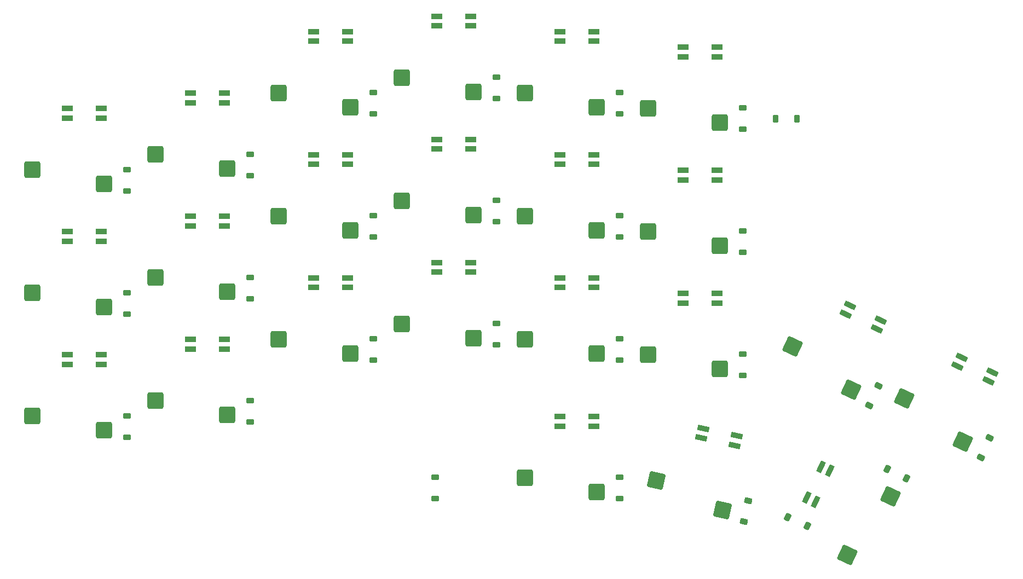
<source format=gbr>
%TF.GenerationSoftware,KiCad,Pcbnew,7.0.5*%
%TF.CreationDate,2024-03-19T12:27:36+08:00*%
%TF.ProjectId,Prime52left,5072696d-6535-4326-9c65-66742e6b6963,rev?*%
%TF.SameCoordinates,Original*%
%TF.FileFunction,Paste,Bot*%
%TF.FilePolarity,Positive*%
%FSLAX46Y46*%
G04 Gerber Fmt 4.6, Leading zero omitted, Abs format (unit mm)*
G04 Created by KiCad (PCBNEW 7.0.5) date 2024-03-19 12:27:36*
%MOMM*%
%LPD*%
G01*
G04 APERTURE LIST*
G04 Aperture macros list*
%AMRoundRect*
0 Rectangle with rounded corners*
0 $1 Rounding radius*
0 $2 $3 $4 $5 $6 $7 $8 $9 X,Y pos of 4 corners*
0 Add a 4 corners polygon primitive as box body*
4,1,4,$2,$3,$4,$5,$6,$7,$8,$9,$2,$3,0*
0 Add four circle primitives for the rounded corners*
1,1,$1+$1,$2,$3*
1,1,$1+$1,$4,$5*
1,1,$1+$1,$6,$7*
1,1,$1+$1,$8,$9*
0 Add four rect primitives between the rounded corners*
20,1,$1+$1,$2,$3,$4,$5,0*
20,1,$1+$1,$4,$5,$6,$7,0*
20,1,$1+$1,$6,$7,$8,$9,0*
20,1,$1+$1,$8,$9,$2,$3,0*%
%AMRotRect*
0 Rectangle, with rotation*
0 The origin of the aperture is its center*
0 $1 length*
0 $2 width*
0 $3 Rotation angle, in degrees counterclockwise*
0 Add horizontal line*
21,1,$1,$2,0,0,$3*%
G04 Aperture macros list end*
%ADD10RoundRect,0.250000X1.328926X0.483690X-0.483690X1.328926X-1.328926X-0.483690X0.483690X-1.328926X0*%
%ADD11RoundRect,0.250000X1.000000X1.000000X-1.000000X1.000000X-1.000000X-1.000000X1.000000X-1.000000X0*%
%ADD12RoundRect,0.250000X-0.483690X1.328926X-1.328926X-0.483690X0.483690X-1.328926X1.328926X0.483690X0*%
%ADD13RoundRect,0.250000X1.192736X0.759856X-0.759856X1.192736X-1.192736X-0.759856X0.759856X-1.192736X0*%
%ADD14RoundRect,0.225000X-0.375000X0.225000X-0.375000X-0.225000X0.375000X-0.225000X0.375000X0.225000X0*%
%ADD15R,1.800000X0.820000*%
%ADD16RoundRect,0.225000X-0.362401X-0.244776X0.045437X-0.434955X0.362401X0.244776X-0.045437X0.434955X0*%
%ADD17RotRect,1.800000X0.820000X335.000000*%
%ADD18RoundRect,0.225000X-0.317412X0.300831X-0.414810X-0.138502X0.317412X-0.300831X0.414810X0.138502X0*%
%ADD19RotRect,1.800000X0.820000X65.000000*%
%ADD20RoundRect,0.225000X-0.244776X0.362401X-0.434955X-0.045437X0.244776X-0.362401X0.434955X0.045437X0*%
%ADD21RotRect,1.800000X0.820000X347.500000*%
%ADD22RoundRect,0.225000X-0.225000X-0.375000X0.225000X-0.375000X0.225000X0.375000X-0.225000X0.375000X0*%
G04 APERTURE END LIST*
D10*
%TO.C,K25*%
X179929178Y-134720867D03*
X170844238Y-128057058D03*
%TD*%
D11*
%TO.C,K4*%
X66120000Y-92514000D03*
X55070000Y-90314000D03*
%TD*%
%TO.C,K20*%
X142320000Y-104420000D03*
X131270000Y-102220000D03*
%TD*%
%TO.C,K3*%
X47070000Y-132995000D03*
X36020000Y-130795000D03*
%TD*%
%TO.C,K10*%
X85170000Y-121089000D03*
X74120000Y-118889000D03*
%TD*%
D10*
%TO.C,K24*%
X162664178Y-126669867D03*
X153579238Y-120006058D03*
%TD*%
D12*
%TO.C,K22*%
X168749667Y-143196436D03*
X162085858Y-152281376D03*
%TD*%
D13*
%TO.C,K18*%
X142785802Y-145319780D03*
X132473898Y-140780271D03*
%TD*%
D11*
%TO.C,K12*%
X104220000Y-80607000D03*
X93170000Y-78407000D03*
%TD*%
%TO.C,K15*%
X123270000Y-82989000D03*
X112220000Y-80789000D03*
%TD*%
%TO.C,K9*%
X85170000Y-102039000D03*
X74120000Y-99839000D03*
%TD*%
%TO.C,K6*%
X66120000Y-130614000D03*
X55070000Y-128414000D03*
%TD*%
%TO.C,K17*%
X123270000Y-121089000D03*
X112220000Y-118889000D03*
%TD*%
%TO.C,K21*%
X142320000Y-123470000D03*
X131270000Y-121270000D03*
%TD*%
%TO.C,K1*%
X47070000Y-94895000D03*
X36020000Y-92695000D03*
%TD*%
%TO.C,K19*%
X142320000Y-85370000D03*
X131270000Y-83170000D03*
%TD*%
%TO.C,K16*%
X123270000Y-102039000D03*
X112220000Y-99839000D03*
%TD*%
%TO.C,K2*%
X47070000Y-113945000D03*
X36020000Y-111745000D03*
%TD*%
%TO.C,K5*%
X66120000Y-111564000D03*
X55070000Y-109364000D03*
%TD*%
%TO.C,K13*%
X104220000Y-99657000D03*
X93170000Y-97457000D03*
%TD*%
%TO.C,K8*%
X85170000Y-82989000D03*
X74120000Y-80789000D03*
%TD*%
%TO.C,K11*%
X123270000Y-142520000D03*
X112220000Y-140320000D03*
%TD*%
%TO.C,K14*%
X104220000Y-118707000D03*
X93170000Y-116507000D03*
%TD*%
D14*
%TO.C,D1*%
X50645000Y-92645000D03*
X50645000Y-95945000D03*
%TD*%
%TO.C,D7*%
X98270000Y-140270000D03*
X98270000Y-143570000D03*
%TD*%
%TO.C,D13*%
X107795000Y-97407000D03*
X107795000Y-100707000D03*
%TD*%
%TO.C,D5*%
X69695000Y-109314000D03*
X69695000Y-112614000D03*
%TD*%
%TO.C,D12*%
X107795000Y-78357000D03*
X107795000Y-81657000D03*
%TD*%
D15*
%TO.C,L6*%
X141945000Y-94240000D03*
X141945000Y-92740000D03*
X136645000Y-92740000D03*
X136645000Y-94240000D03*
%TD*%
%TO.C,L18*%
X65745000Y-120434000D03*
X65745000Y-118934000D03*
X60445000Y-118934000D03*
X60445000Y-120434000D03*
%TD*%
D14*
%TO.C,D4*%
X69695000Y-90264000D03*
X69695000Y-93564000D03*
%TD*%
D16*
%TO.C,D26*%
X168221592Y-139011680D03*
X171212408Y-140406320D03*
%TD*%
D15*
%TO.C,L14*%
X103845000Y-70427000D03*
X103845000Y-68927000D03*
X98545000Y-68927000D03*
X98545000Y-70427000D03*
%TD*%
D14*
%TO.C,D19*%
X145895000Y-83120000D03*
X145895000Y-86420000D03*
%TD*%
D15*
%TO.C,L21*%
X41395000Y-83215000D03*
X41395000Y-84715000D03*
X46695000Y-84715000D03*
X46695000Y-83215000D03*
%TD*%
D14*
%TO.C,D16*%
X126845000Y-99789000D03*
X126845000Y-103089000D03*
%TD*%
D15*
%TO.C,L13*%
X103845000Y-89477000D03*
X103845000Y-87977000D03*
X98545000Y-87977000D03*
X98545000Y-89477000D03*
%TD*%
%TO.C,L12*%
X103845000Y-108527000D03*
X103845000Y-107027000D03*
X98545000Y-107027000D03*
X98545000Y-108527000D03*
%TD*%
D17*
%TO.C,L1*%
X179722248Y-121737331D03*
X179088321Y-123096792D03*
X183891752Y-125336669D03*
X184525679Y-123977208D03*
%TD*%
D14*
%TO.C,D14*%
X107795000Y-116457000D03*
X107795000Y-119757000D03*
%TD*%
D15*
%TO.C,L17*%
X79495000Y-109409000D03*
X79495000Y-110909000D03*
X84795000Y-110909000D03*
X84795000Y-109409000D03*
%TD*%
D14*
%TO.C,D3*%
X50645000Y-130745000D03*
X50645000Y-134045000D03*
%TD*%
%TO.C,D10*%
X88745000Y-118839000D03*
X88745000Y-122139000D03*
%TD*%
D15*
%TO.C,L15*%
X79495000Y-71309000D03*
X79495000Y-72809000D03*
X84795000Y-72809000D03*
X84795000Y-71309000D03*
%TD*%
D18*
%TO.C,D18*%
X146763125Y-143897112D03*
X146048875Y-147118888D03*
%TD*%
D15*
%TO.C,L10*%
X117595000Y-109409000D03*
X117595000Y-110909000D03*
X122895000Y-110909000D03*
X122895000Y-109409000D03*
%TD*%
D14*
%TO.C,D20*%
X145895000Y-102170000D03*
X145895000Y-105470000D03*
%TD*%
%TO.C,D6*%
X69695000Y-128364000D03*
X69695000Y-131664000D03*
%TD*%
D19*
%TO.C,L3*%
X155766131Y-143403366D03*
X157125592Y-144037293D03*
X159365469Y-139233862D03*
X158006008Y-138599935D03*
%TD*%
D15*
%TO.C,L22*%
X41395000Y-102265000D03*
X41395000Y-103765000D03*
X46695000Y-103765000D03*
X46695000Y-102265000D03*
%TD*%
%TO.C,L16*%
X79495000Y-90359000D03*
X79495000Y-91859000D03*
X84795000Y-91859000D03*
X84795000Y-90359000D03*
%TD*%
D20*
%TO.C,D24*%
X166854627Y-126141192D03*
X165459987Y-129132008D03*
%TD*%
D15*
%TO.C,L9*%
X117595000Y-90359000D03*
X117595000Y-91859000D03*
X122895000Y-91859000D03*
X122895000Y-90359000D03*
%TD*%
D16*
%TO.C,D22*%
X152854592Y-146404680D03*
X155845408Y-147799320D03*
%TD*%
D14*
%TO.C,D8*%
X88745000Y-80739000D03*
X88745000Y-84039000D03*
%TD*%
D21*
%TO.C,L4*%
X139773645Y-132688213D03*
X139448986Y-134152657D03*
X144623355Y-135299787D03*
X144948014Y-133835343D03*
%TD*%
D15*
%TO.C,L7*%
X141945000Y-75190000D03*
X141945000Y-73690000D03*
X136645000Y-73690000D03*
X136645000Y-75190000D03*
%TD*%
%TO.C,L5*%
X141945000Y-113290000D03*
X141945000Y-111790000D03*
X136645000Y-111790000D03*
X136645000Y-113290000D03*
%TD*%
D14*
%TO.C,D21*%
X145895000Y-121220000D03*
X145895000Y-124520000D03*
%TD*%
D15*
%TO.C,L23*%
X41395000Y-121315000D03*
X41395000Y-122815000D03*
X46695000Y-122815000D03*
X46695000Y-121315000D03*
%TD*%
D14*
%TO.C,D9*%
X88745000Y-99789000D03*
X88745000Y-103089000D03*
%TD*%
%TO.C,D15*%
X126845000Y-80739000D03*
X126845000Y-84039000D03*
%TD*%
D15*
%TO.C,L19*%
X65745000Y-101384000D03*
X65745000Y-99884000D03*
X60445000Y-99884000D03*
X60445000Y-101384000D03*
%TD*%
D20*
%TO.C,D25*%
X184119627Y-134192192D03*
X182724987Y-137183008D03*
%TD*%
D14*
%TO.C,D17*%
X126845000Y-118839000D03*
X126845000Y-122139000D03*
%TD*%
D22*
%TO.C,D23*%
X150970000Y-84770000D03*
X154270000Y-84770000D03*
%TD*%
D15*
%TO.C,L11*%
X117595000Y-130840000D03*
X117595000Y-132340000D03*
X122895000Y-132340000D03*
X122895000Y-130840000D03*
%TD*%
D14*
%TO.C,D2*%
X50645000Y-111695000D03*
X50645000Y-114995000D03*
%TD*%
%TO.C,D11*%
X126845000Y-140270000D03*
X126845000Y-143570000D03*
%TD*%
D17*
%TO.C,L2*%
X162457248Y-113686331D03*
X161823321Y-115045792D03*
X166626752Y-117285669D03*
X167260679Y-115926208D03*
%TD*%
D15*
%TO.C,L20*%
X65745000Y-82334000D03*
X65745000Y-80834000D03*
X60445000Y-80834000D03*
X60445000Y-82334000D03*
%TD*%
%TO.C,L8*%
X117595000Y-71309000D03*
X117595000Y-72809000D03*
X122895000Y-72809000D03*
X122895000Y-71309000D03*
%TD*%
M02*

</source>
